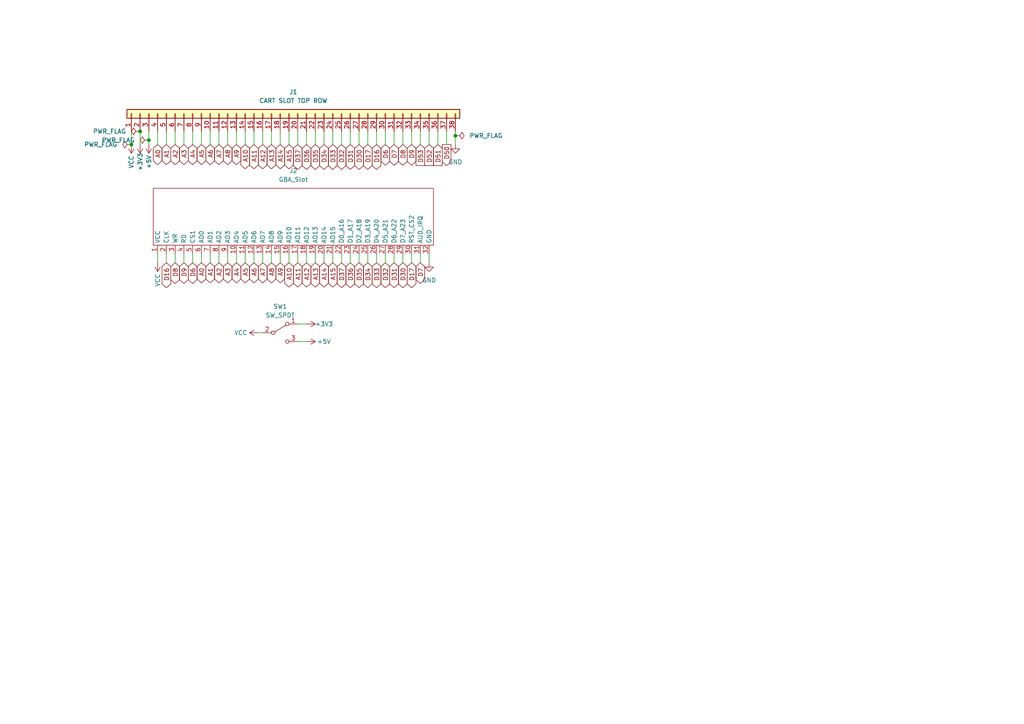
<source format=kicad_sch>
(kicad_sch (version 20210621) (generator eeschema)
  (paper "A4")
  (title_block (title "OSCR GAMEBOY ADAPTER") (date "2021-11-15") (rev "V1"))
  (lib_symbols
    (symbol "Connector_Generic:Conn_01x38" (pin_names (offset 1.016) hide)
      (property "Reference" "J" (at 0 48.26 0))
      (property "Value" "Conn_01x38" (at 0 -50.8 0))
      (symbol "Conn_01x38_1_1"
        (rectangle (start -1.27 -48.133) (end 0 -48.387) (stroke (width 0.1524)))
        (rectangle (start -1.27 -45.593) (end 0 -45.847) (stroke (width 0.1524)))
        (rectangle (start -1.27 -43.053) (end 0 -43.307) (stroke (width 0.1524)))
        (rectangle (start -1.27 -40.513) (end 0 -40.767) (stroke (width 0.1524)))
        (rectangle (start -1.27 -37.973) (end 0 -38.227) (stroke (width 0.1524)))
        (rectangle (start -1.27 -35.433) (end 0 -35.687) (stroke (width 0.1524)))
        (rectangle (start -1.27 -32.893) (end 0 -33.147) (stroke (width 0.1524)))
        (rectangle (start -1.27 -30.353) (end 0 -30.607) (stroke (width 0.1524)))
        (rectangle (start -1.27 -27.813) (end 0 -28.067) (stroke (width 0.1524)))
        (rectangle (start -1.27 -25.273) (end 0 -25.527) (stroke (width 0.1524)))
        (rectangle (start -1.27 -22.733) (end 0 -22.987) (stroke (width 0.1524)))
        (rectangle (start -1.27 -20.193) (end 0 -20.447) (stroke (width 0.1524)))
        (rectangle (start -1.27 -17.653) (end 0 -17.907) (stroke (width 0.1524)))
        (rectangle (start -1.27 -15.113) (end 0 -15.367) (stroke (width 0.1524)))
        (rectangle (start -1.27 -12.573) (end 0 -12.827) (stroke (width 0.1524)))
        (rectangle (start -1.27 -10.033) (end 0 -10.287) (stroke (width 0.1524)))
        (rectangle (start -1.27 -7.493) (end 0 -7.747) (stroke (width 0.1524)))
        (rectangle (start -1.27 -4.953) (end 0 -5.207) (stroke (width 0.1524)))
        (rectangle (start -1.27 -2.413) (end 0 -2.667) (stroke (width 0.1524)))
        (rectangle (start -1.27 0.127) (end 0 -0.127) (stroke (width 0.1524)))
        (rectangle (start -1.27 2.667) (end 0 2.413) (stroke (width 0.1524)))
        (rectangle (start -1.27 5.207) (end 0 4.953) (stroke (width 0.1524)))
        (rectangle (start -1.27 7.747) (end 0 7.493) (stroke (width 0.1524)))
        (rectangle (start -1.27 10.287) (end 0 10.033) (stroke (width 0.1524)))
        (rectangle (start -1.27 12.827) (end 0 12.573) (stroke (width 0.1524)))
        (rectangle (start -1.27 15.367) (end 0 15.113) (stroke (width 0.1524)))
        (rectangle (start -1.27 17.907) (end 0 17.653) (stroke (width 0.1524)))
        (rectangle (start -1.27 20.447) (end 0 20.193) (stroke (width 0.1524)))
        (rectangle (start -1.27 22.987) (end 0 22.733) (stroke (width 0.1524)))
        (rectangle (start -1.27 25.527) (end 0 25.273) (stroke (width 0.1524)))
        (rectangle (start -1.27 28.067) (end 0 27.813) (stroke (width 0.1524)))
        (rectangle (start -1.27 30.607) (end 0 30.353) (stroke (width 0.1524)))
        (rectangle (start -1.27 33.147) (end 0 32.893) (stroke (width 0.1524)))
        (rectangle (start -1.27 35.687) (end 0 35.433) (stroke (width 0.1524)))
        (rectangle (start -1.27 38.227) (end 0 37.973) (stroke (width 0.1524)))
        (rectangle (start -1.27 40.767) (end 0 40.513) (stroke (width 0.1524)))
        (rectangle (start -1.27 43.307) (end 0 43.053) (stroke (width 0.1524)))
        (rectangle (start -1.27 45.847) (end 0 45.593) (stroke (width 0.1524)))
        (rectangle (start -1.27 46.99) (end 1.27 -49.53) (stroke (width 0.254)) (fill (type background)))
        (pin passive line (at -5.08 45.72 0) (length 3.81) (name "Pin_1") (number "1"))
        (pin passive line (at -5.08 22.86 0) (length 3.81) (name "Pin_10") (number "10"))
        (pin passive line (at -5.08 20.32 0) (length 3.81) (name "Pin_11") (number "11"))
        (pin passive line (at -5.08 17.78 0) (length 3.81) (name "Pin_12") (number "12"))
        (pin passive line (at -5.08 15.24 0) (length 3.81) (name "Pin_13") (number "13"))
        (pin passive line (at -5.08 12.7 0) (length 3.81) (name "Pin_14") (number "14"))
        (pin passive line (at -5.08 10.16 0) (length 3.81) (name "Pin_15") (number "15"))
        (pin passive line (at -5.08 7.62 0) (length 3.81) (name "Pin_16") (number "16"))
        (pin passive line (at -5.08 5.08 0) (length 3.81) (name "Pin_17") (number "17"))
        (pin passive line (at -5.08 2.54 0) (length 3.81) (name "Pin_18") (number "18"))
        (pin passive line (at -5.08 0 0) (length 3.81) (name "Pin_19") (number "19"))
        (pin passive line (at -5.08 43.18 0) (length 3.81) (name "Pin_2") (number "2"))
        (pin passive line (at -5.08 -2.54 0) (length 3.81) (name "Pin_20") (number "20"))
        (pin passive line (at -5.08 -5.08 0) (length 3.81) (name "Pin_21") (number "21"))
        (pin passive line (at -5.08 -7.62 0) (length 3.81) (name "Pin_22") (number "22"))
        (pin passive line (at -5.08 -10.16 0) (length 3.81) (name "Pin_23") (number "23"))
        (pin passive line (at -5.08 -12.7 0) (length 3.81) (name "Pin_24") (number "24"))
        (pin passive line (at -5.08 -15.24 0) (length 3.81) (name "Pin_25") (number "25"))
        (pin passive line (at -5.08 -17.78 0) (length 3.81) (name "Pin_26") (number "26"))
        (pin passive line (at -5.08 -20.32 0) (length 3.81) (name "Pin_27") (number "27"))
        (pin passive line (at -5.08 -22.86 0) (length 3.81) (name "Pin_28") (number "28"))
        (pin passive line (at -5.08 -25.4 0) (length 3.81) (name "Pin_29") (number "29"))
        (pin passive line (at -5.08 40.64 0) (length 3.81) (name "Pin_3") (number "3"))
        (pin passive line (at -5.08 -27.94 0) (length 3.81) (name "Pin_30") (number "30"))
        (pin passive line (at -5.08 -30.48 0) (length 3.81) (name "Pin_31") (number "31"))
        (pin passive line (at -5.08 -33.02 0) (length 3.81) (name "Pin_32") (number "32"))
        (pin passive line (at -5.08 -35.56 0) (length 3.81) (name "Pin_33") (number "33"))
        (pin passive line (at -5.08 -38.1 0) (length 3.81) (name "Pin_34") (number "34"))
        (pin passive line (at -5.08 -40.64 0) (length 3.81) (name "Pin_35") (number "35"))
        (pin passive line (at -5.08 -43.18 0) (length 3.81) (name "Pin_36") (number "36"))
        (pin passive line (at -5.08 -45.72 0) (length 3.81) (name "Pin_37") (number "37"))
        (pin passive line (at -5.08 -48.26 0) (length 3.81) (name "Pin_38") (number "38"))
        (pin passive line (at -5.08 38.1 0) (length 3.81) (name "Pin_4") (number "4"))
        (pin passive line (at -5.08 35.56 0) (length 3.81) (name "Pin_5") (number "5"))
        (pin passive line (at -5.08 33.02 0) (length 3.81) (name "Pin_6") (number "6"))
        (pin passive line (at -5.08 30.48 0) (length 3.81) (name "Pin_7") (number "7"))
        (pin passive line (at -5.08 27.94 0) (length 3.81) (name "Pin_8") (number "8"))
        (pin passive line (at -5.08 25.4 0) (length 3.81) (name "Pin_9") (number "9"))
      )
    )
    (symbol "Switch:SW_SPDT" (pin_names (offset 0) hide)
      (property "Reference" "SW" (at 0 4.318 0))
      (property "Value" "SW_SPDT" (at 0 -5.08 0))
      (symbol "SW_SPDT_0_0"
        (circle (center -2.032 0) (radius 0.508))
        (circle (center 2.032 -2.54) (radius 0.508))
      )
      (symbol "SW_SPDT_0_1"
        (polyline (pts (xy -1.524 0.254) (xy 1.651 2.286)))
        (circle (center 2.032 2.54) (radius 0.508))
      )
      (symbol "SW_SPDT_1_1"
        (pin passive line (at 5.08 2.54 180) (length 2.54) (name "A") (number "1"))
        (pin passive line (at -5.08 0 0) (length 2.54) (name "B") (number "2"))
        (pin passive line (at 5.08 -2.54 180) (length 2.54) (name "C") (number "3"))
      )
    )
    (symbol "power:+3.3V" (power) (pin_names (offset 0))
      (property "Value" "+3.3V" (at 0 3.556 0))
      (symbol "+3.3V_0_1"
        (polyline (pts (xy -0.762 1.27) (xy 0 2.54)))
        (polyline (pts (xy 0 0) (xy 0 2.54)))
        (polyline (pts (xy 0 2.54) (xy 0.762 1.27)))
      )
      (symbol "+3.3V_1_1"
        (pin power_in line (at 0 0 90) (length 0) hide (name "+3V3") (number "1"))
      )
    )
    (symbol "power:+5V" (power) (pin_names (offset 0))
      (property "Value" "+5V" (at 0 3.556 0))
      (symbol "+5V_0_1"
        (polyline (pts (xy -0.762 1.27) (xy 0 2.54)))
        (polyline (pts (xy 0 0) (xy 0 2.54)))
        (polyline (pts (xy 0 2.54) (xy 0.762 1.27)))
      )
      (symbol "+5V_1_1"
        (pin power_in line (at 0 0 90) (length 0) hide (name "+5V") (number "1"))
      )
    )
    (symbol "power:GND" (power) (pin_names (offset 0))
      (property "Value" "GND" (at 0 -3.81 0))
      (symbol "GND_0_1"
        (polyline (pts (xy 0 0) (xy 0 -1.27) (xy 1.27 -1.27) (xy 0 -2.54) (xy -1.27 -1.27) (xy 0 -1.27)))
      )
      (symbol "GND_1_1"
        (pin power_in line (at 0 0 270) (length 0) hide (name "GND") (number "1"))
      )
    )
    (symbol "power:PWR_FLAG" (power) (pin_numbers hide) (pin_names (offset 0) hide)
      (property "Value" "PWR_FLAG" (at 0 3.81 0))
      (symbol "PWR_FLAG_0_0"
        (pin power_out line (at 0 0 90) (length 0) (name "pwr") (number "1"))
      )
      (symbol "PWR_FLAG_0_1"
        (polyline (pts (xy 0 0) (xy 0 1.27) (xy -1.016 1.905) (xy 0 2.54) (xy 1.016 1.905) (xy 0 1.27)))
      )
    )
    (symbol "power:VCC" (power) (pin_names (offset 0))
      (property "Value" "VCC" (at 0 3.81 0))
      (symbol "VCC_0_1"
        (polyline (pts (xy -0.762 1.27) (xy 0 2.54)))
        (polyline (pts (xy 0 0) (xy 0 2.54)))
        (polyline (pts (xy 0 2.54) (xy 0.762 1.27)))
      )
      (symbol "VCC_1_1"
        (pin power_in line (at 0 0 90) (length 0) hide (name "VCC") (number "1"))
      )
    )
    (symbol "sanni:GBA_Slot"
      (property "Reference" "J" (at -39.37 15.24 0))
      (property "Value" "GBA_Slot" (at -35.56 11.43 0))
      (symbol "GBA_Slot_0_1"
        (rectangle (start 41.91 -6.35) (end -39.37 10.16) (stroke (width 0.1524)))
      )
      (symbol "GBA_Slot_1_1"
        (pin power_in line (at -38.1 -8.89 90) (length 2.54) (name "VCC") (number "1"))
        (pin bidirectional line (at -15.24 -8.89 90) (length 2.54) (name "AD4") (number "10"))
        (pin bidirectional line (at -12.7 -8.89 90) (length 2.54) (name "AD5") (number "11"))
        (pin bidirectional line (at -10.16 -8.89 90) (length 2.54) (name "AD6") (number "12"))
        (pin bidirectional line (at -7.62 -8.89 90) (length 2.54) (name "AD7") (number "13"))
        (pin bidirectional line (at -5.08 -8.89 90) (length 2.54) (name "AD8") (number "14"))
        (pin bidirectional line (at -2.54 -8.89 90) (length 2.54) (name "AD9") (number "15"))
        (pin bidirectional line (at 0 -8.89 90) (length 2.54) (name "AD10") (number "16"))
        (pin bidirectional line (at 2.54 -8.89 90) (length 2.54) (name "AD11") (number "17"))
        (pin bidirectional line (at 5.08 -8.89 90) (length 2.54) (name "AD12") (number "18"))
        (pin bidirectional line (at 7.62 -8.89 90) (length 2.54) (name "AD13") (number "19"))
        (pin input line (at -35.56 -8.89 90) (length 2.54) (name "CLK") (number "2"))
        (pin bidirectional line (at 10.16 -8.89 90) (length 2.54) (name "AD14") (number "20"))
        (pin bidirectional line (at 12.7 -8.89 90) (length 2.54) (name "AD15") (number "21"))
        (pin bidirectional line (at 15.24 -8.89 90) (length 2.54) (name "D0_A16") (number "22"))
        (pin bidirectional line (at 17.78 -8.89 90) (length 2.54) (name "D1_A17") (number "23"))
        (pin bidirectional line (at 20.32 -8.89 90) (length 2.54) (name "D2_A18") (number "24"))
        (pin bidirectional line (at 22.86 -8.89 90) (length 2.54) (name "D3_A19") (number "25"))
        (pin bidirectional line (at 25.4 -8.89 90) (length 2.54) (name "D4_A20") (number "26"))
        (pin bidirectional line (at 27.94 -8.89 90) (length 2.54) (name "D5_A21") (number "27"))
        (pin bidirectional line (at 30.48 -8.89 90) (length 2.54) (name "D6_A22") (number "28"))
        (pin bidirectional line (at 33.02 -8.89 90) (length 2.54) (name "D7_A23") (number "29"))
        (pin input line (at -33.02 -8.89 90) (length 2.54) (name "WR") (number "3"))
        (pin input line (at 35.56 -8.89 90) (length 2.54) (name "RST_CS2") (number "30"))
        (pin input line (at 38.1 -8.89 90) (length 2.54) (name "AUD_IRQ") (number "31"))
        (pin power_in line (at 40.64 -8.89 90) (length 2.54) (name "GND") (number "32"))
        (pin input line (at -30.48 -8.89 90) (length 2.54) (name "RD") (number "4"))
        (pin input line (at -27.94 -8.89 90) (length 2.54) (name "CS1") (number "5"))
        (pin bidirectional line (at -25.4 -8.89 90) (length 2.54) (name "AD0") (number "6"))
        (pin bidirectional line (at -22.86 -8.89 90) (length 2.54) (name "AD1") (number "7"))
        (pin bidirectional line (at -20.32 -8.89 90) (length 2.54) (name "AD2") (number "8"))
        (pin bidirectional line (at -17.78 -8.89 90) (length 2.54) (name "AD3") (number "9"))
      )
    )
  )
  (junction (at 38.1 41.91))
  (junction (at 40.64 38.1))
  (junction (at 43.18 40.64))
  (junction (at 132.08 39.37))
  (wire (pts (xy 38.1 38.1) (xy 38.1 41.91)))
  (wire (pts (xy 40.64 38.1) (xy 40.64 41.91)))
  (wire (pts (xy 43.18 38.1) (xy 43.18 40.64)))
  (wire (pts (xy 43.18 40.64) (xy 43.18 41.91)))
  (wire (pts (xy 45.72 38.1) (xy 45.72 41.91)))
  (wire (pts (xy 45.72 73.66) (xy 45.72 76.2)))
  (wire (pts (xy 48.26 38.1) (xy 48.26 41.91)))
  (wire (pts (xy 48.26 73.66) (xy 48.26 76.2)))
  (wire (pts (xy 50.8 38.1) (xy 50.8 41.91)))
  (wire (pts (xy 50.8 73.66) (xy 50.8 76.2)))
  (wire (pts (xy 53.34 38.1) (xy 53.34 41.91)))
  (wire (pts (xy 53.34 73.66) (xy 53.34 76.2)))
  (wire (pts (xy 55.88 38.1) (xy 55.88 41.91)))
  (wire (pts (xy 55.88 73.66) (xy 55.88 76.2)))
  (wire (pts (xy 58.42 38.1) (xy 58.42 41.91)))
  (wire (pts (xy 58.42 73.66) (xy 58.42 76.2)))
  (wire (pts (xy 60.96 38.1) (xy 60.96 41.91)))
  (wire (pts (xy 60.96 73.66) (xy 60.96 76.2)))
  (wire (pts (xy 63.5 38.1) (xy 63.5 41.91)))
  (wire (pts (xy 63.5 73.66) (xy 63.5 76.2)))
  (wire (pts (xy 66.04 38.1) (xy 66.04 41.91)))
  (wire (pts (xy 66.04 73.66) (xy 66.04 76.2)))
  (wire (pts (xy 68.58 38.1) (xy 68.58 41.91)))
  (wire (pts (xy 68.58 73.66) (xy 68.58 76.2)))
  (wire (pts (xy 71.12 38.1) (xy 71.12 41.91)))
  (wire (pts (xy 71.12 73.66) (xy 71.12 76.2)))
  (wire (pts (xy 73.66 38.1) (xy 73.66 41.91)))
  (wire (pts (xy 73.66 73.66) (xy 73.66 76.2)))
  (wire (pts (xy 74.93 96.52) (xy 76.2 96.52)))
  (wire (pts (xy 76.2 38.1) (xy 76.2 41.91)))
  (wire (pts (xy 76.2 73.66) (xy 76.2 76.2)))
  (wire (pts (xy 78.74 38.1) (xy 78.74 41.91)))
  (wire (pts (xy 78.74 73.66) (xy 78.74 76.2)))
  (wire (pts (xy 81.28 38.1) (xy 81.28 41.91)))
  (wire (pts (xy 81.28 73.66) (xy 81.28 76.2)))
  (wire (pts (xy 83.82 38.1) (xy 83.82 41.91)))
  (wire (pts (xy 83.82 73.66) (xy 83.82 76.2)))
  (wire (pts (xy 86.36 38.1) (xy 86.36 41.91)))
  (wire (pts (xy 86.36 73.66) (xy 86.36 76.2)))
  (wire (pts (xy 86.36 93.98) (xy 88.9 93.98)))
  (wire (pts (xy 86.36 99.06) (xy 88.9 99.06)))
  (wire (pts (xy 88.9 38.1) (xy 88.9 41.91)))
  (wire (pts (xy 88.9 73.66) (xy 88.9 76.2)))
  (wire (pts (xy 91.44 38.1) (xy 91.44 41.91)))
  (wire (pts (xy 91.44 73.66) (xy 91.44 76.2)))
  (wire (pts (xy 93.98 38.1) (xy 93.98 41.91)))
  (wire (pts (xy 93.98 73.66) (xy 93.98 76.2)))
  (wire (pts (xy 96.52 38.1) (xy 96.52 41.91)))
  (wire (pts (xy 96.52 73.66) (xy 96.52 76.2)))
  (wire (pts (xy 99.06 38.1) (xy 99.06 41.91)))
  (wire (pts (xy 99.06 73.66) (xy 99.06 76.2)))
  (wire (pts (xy 101.6 38.1) (xy 101.6 41.91)))
  (wire (pts (xy 101.6 73.66) (xy 101.6 76.2)))
  (wire (pts (xy 104.14 38.1) (xy 104.14 41.91)))
  (wire (pts (xy 104.14 73.66) (xy 104.14 76.2)))
  (wire (pts (xy 106.68 38.1) (xy 106.68 41.91)))
  (wire (pts (xy 106.68 73.66) (xy 106.68 76.2)))
  (wire (pts (xy 109.22 38.1) (xy 109.22 41.91)))
  (wire (pts (xy 109.22 73.66) (xy 109.22 76.2)))
  (wire (pts (xy 111.76 38.1) (xy 111.76 41.91)))
  (wire (pts (xy 111.76 73.66) (xy 111.76 76.2)))
  (wire (pts (xy 114.3 38.1) (xy 114.3 41.91)))
  (wire (pts (xy 114.3 73.66) (xy 114.3 76.2)))
  (wire (pts (xy 116.84 38.1) (xy 116.84 41.91)))
  (wire (pts (xy 116.84 73.66) (xy 116.84 76.2)))
  (wire (pts (xy 119.38 38.1) (xy 119.38 41.91)))
  (wire (pts (xy 119.38 73.66) (xy 119.38 76.2)))
  (wire (pts (xy 121.92 38.1) (xy 121.92 41.91)))
  (wire (pts (xy 121.92 73.66) (xy 121.92 76.2)))
  (wire (pts (xy 124.46 38.1) (xy 124.46 41.91)))
  (wire (pts (xy 124.46 73.66) (xy 124.46 76.2)))
  (wire (pts (xy 127 38.1) (xy 127 41.91)))
  (wire (pts (xy 129.54 38.1) (xy 129.54 41.91)))
  (wire (pts (xy 132.08 38.1) (xy 132.08 39.37)))
  (wire (pts (xy 132.08 39.37) (xy 132.08 41.91)))
  (global_label "A0" (shape bidirectional) (at 45.72 41.91 270) (property "Intersheet References" "${INTERSHEET_REFS}" (effects hide)))
  (global_label "A1" (shape bidirectional) (at 48.26 41.91 270) (property "Intersheet References" "${INTERSHEET_REFS}" (effects hide)))
  (global_label "D16" (shape bidirectional) (at 48.26 76.2 270) (property "Intersheet References" "${INTERSHEET_REFS}" (effects hide)))
  (global_label "A2" (shape bidirectional) (at 50.8 41.91 270) (property "Intersheet References" "${INTERSHEET_REFS}" (effects hide)))
  (global_label "D8" (shape bidirectional) (at 50.8 76.2 270) (property "Intersheet References" "${INTERSHEET_REFS}" (effects hide)))
  (global_label "A3" (shape bidirectional) (at 53.34 41.91 270) (property "Intersheet References" "${INTERSHEET_REFS}" (effects hide)))
  (global_label "D9" (shape bidirectional) (at 53.34 76.2 270) (property "Intersheet References" "${INTERSHEET_REFS}" (effects hide)))
  (global_label "A4" (shape bidirectional) (at 55.88 41.91 270) (property "Intersheet References" "${INTERSHEET_REFS}" (effects hide)))
  (global_label "D6" (shape bidirectional) (at 55.88 76.2 270) (property "Intersheet References" "${INTERSHEET_REFS}" (effects hide)))
  (global_label "A5" (shape bidirectional) (at 58.42 41.91 270) (property "Intersheet References" "${INTERSHEET_REFS}" (effects hide)))
  (global_label "A0" (shape bidirectional) (at 58.42 76.2 270) (property "Intersheet References" "${INTERSHEET_REFS}" (effects hide)))
  (global_label "A6" (shape bidirectional) (at 60.96 41.91 270) (property "Intersheet References" "${INTERSHEET_REFS}" (effects hide)))
  (global_label "A1" (shape bidirectional) (at 60.96 76.2 270) (property "Intersheet References" "${INTERSHEET_REFS}" (effects hide)))
  (global_label "A7" (shape bidirectional) (at 63.5 41.91 270) (property "Intersheet References" "${INTERSHEET_REFS}" (effects hide)))
  (global_label "A2" (shape bidirectional) (at 63.5 76.2 270) (property "Intersheet References" "${INTERSHEET_REFS}" (effects hide)))
  (global_label "A8" (shape bidirectional) (at 66.04 41.91 270) (property "Intersheet References" "${INTERSHEET_REFS}" (effects hide)))
  (global_label "A3" (shape bidirectional) (at 66.04 76.2 270) (property "Intersheet References" "${INTERSHEET_REFS}" (effects hide)))
  (global_label "A9" (shape bidirectional) (at 68.58 41.91 270) (property "Intersheet References" "${INTERSHEET_REFS}" (effects hide)))
  (global_label "A4" (shape bidirectional) (at 68.58 76.2 270) (property "Intersheet References" "${INTERSHEET_REFS}" (effects hide)))
  (global_label "A10" (shape bidirectional) (at 71.12 41.91 270) (property "Intersheet References" "${INTERSHEET_REFS}" (effects hide)))
  (global_label "A5" (shape bidirectional) (at 71.12 76.2 270) (property "Intersheet References" "${INTERSHEET_REFS}" (effects hide)))
  (global_label "A11" (shape bidirectional) (at 73.66 41.91 270) (property "Intersheet References" "${INTERSHEET_REFS}" (effects hide)))
  (global_label "A6" (shape bidirectional) (at 73.66 76.2 270) (property "Intersheet References" "${INTERSHEET_REFS}" (effects hide)))
  (global_label "A12" (shape bidirectional) (at 76.2 41.91 270) (property "Intersheet References" "${INTERSHEET_REFS}" (effects hide)))
  (global_label "A7" (shape bidirectional) (at 76.2 76.2 270) (property "Intersheet References" "${INTERSHEET_REFS}" (effects hide)))
  (global_label "A13" (shape bidirectional) (at 78.74 41.91 270) (property "Intersheet References" "${INTERSHEET_REFS}" (effects hide)))
  (global_label "A8" (shape bidirectional) (at 78.74 76.2 270) (property "Intersheet References" "${INTERSHEET_REFS}" (effects hide)))
  (global_label "A14" (shape bidirectional) (at 81.28 41.91 270) (property "Intersheet References" "${INTERSHEET_REFS}" (effects hide)))
  (global_label "A9" (shape bidirectional) (at 81.28 76.2 270) (property "Intersheet References" "${INTERSHEET_REFS}" (effects hide)))
  (global_label "A15" (shape bidirectional) (at 83.82 41.91 270) (property "Intersheet References" "${INTERSHEET_REFS}" (effects hide)))
  (global_label "A10" (shape bidirectional) (at 83.82 76.2 270) (property "Intersheet References" "${INTERSHEET_REFS}" (effects hide)))
  (global_label "D37" (shape bidirectional) (at 86.36 41.91 270) (property "Intersheet References" "${INTERSHEET_REFS}" (effects hide)))
  (global_label "A11" (shape bidirectional) (at 86.36 76.2 270) (property "Intersheet References" "${INTERSHEET_REFS}" (effects hide)))
  (global_label "D36" (shape bidirectional) (at 88.9 41.91 270) (property "Intersheet References" "${INTERSHEET_REFS}" (effects hide)))
  (global_label "A12" (shape bidirectional) (at 88.9 76.2 270) (property "Intersheet References" "${INTERSHEET_REFS}" (effects hide)))
  (global_label "D35" (shape bidirectional) (at 91.44 41.91 270) (property "Intersheet References" "${INTERSHEET_REFS}" (effects hide)))
  (global_label "A13" (shape bidirectional) (at 91.44 76.2 270) (property "Intersheet References" "${INTERSHEET_REFS}" (effects hide)))
  (global_label "D34" (shape bidirectional) (at 93.98 41.91 270) (property "Intersheet References" "${INTERSHEET_REFS}" (effects hide)))
  (global_label "A14" (shape bidirectional) (at 93.98 76.2 270) (property "Intersheet References" "${INTERSHEET_REFS}" (effects hide)))
  (global_label "D33" (shape bidirectional) (at 96.52 41.91 270) (property "Intersheet References" "${INTERSHEET_REFS}" (effects hide)))
  (global_label "A15" (shape bidirectional) (at 96.52 76.2 270) (property "Intersheet References" "${INTERSHEET_REFS}" (effects hide)))
  (global_label "D32" (shape bidirectional) (at 99.06 41.91 270) (property "Intersheet References" "${INTERSHEET_REFS}" (effects hide)))
  (global_label "D37" (shape bidirectional) (at 99.06 76.2 270) (property "Intersheet References" "${INTERSHEET_REFS}" (effects hide)))
  (global_label "D31" (shape bidirectional) (at 101.6 41.91 270) (property "Intersheet References" "${INTERSHEET_REFS}" (effects hide)))
  (global_label "D36" (shape bidirectional) (at 101.6 76.2 270) (property "Intersheet References" "${INTERSHEET_REFS}" (effects hide)))
  (global_label "D30" (shape bidirectional) (at 104.14 41.91 270) (property "Intersheet References" "${INTERSHEET_REFS}" (effects hide)))
  (global_label "D35" (shape bidirectional) (at 104.14 76.2 270) (property "Intersheet References" "${INTERSHEET_REFS}" (effects hide)))
  (global_label "D17" (shape bidirectional) (at 106.68 41.91 270) (property "Intersheet References" "${INTERSHEET_REFS}" (effects hide)))
  (global_label "D34" (shape bidirectional) (at 106.68 76.2 270) (property "Intersheet References" "${INTERSHEET_REFS}" (effects hide)))
  (global_label "D16" (shape bidirectional) (at 109.22 41.91 270) (property "Intersheet References" "${INTERSHEET_REFS}" (effects hide)))
  (global_label "D33" (shape bidirectional) (at 109.22 76.2 270) (property "Intersheet References" "${INTERSHEET_REFS}" (effects hide)))
  (global_label "D6" (shape bidirectional) (at 111.76 41.91 270) (property "Intersheet References" "${INTERSHEET_REFS}" (effects hide)))
  (global_label "D32" (shape bidirectional) (at 111.76 76.2 270) (property "Intersheet References" "${INTERSHEET_REFS}" (effects hide)))
  (global_label "D7" (shape bidirectional) (at 114.3 41.91 270) (property "Intersheet References" "${INTERSHEET_REFS}" (effects hide)))
  (global_label "D31" (shape bidirectional) (at 114.3 76.2 270) (property "Intersheet References" "${INTERSHEET_REFS}" (effects hide)))
  (global_label "D8" (shape bidirectional) (at 116.84 41.91 270) (property "Intersheet References" "${INTERSHEET_REFS}" (effects hide)))
  (global_label "D30" (shape bidirectional) (at 116.84 76.2 270) (property "Intersheet References" "${INTERSHEET_REFS}" (effects hide)))
  (global_label "D9" (shape bidirectional) (at 119.38 41.91 270) (property "Intersheet References" "${INTERSHEET_REFS}" (effects hide)))
  (global_label "D17" (shape bidirectional) (at 119.38 76.2 270) (property "Intersheet References" "${INTERSHEET_REFS}" (effects hide)))
  (global_label "D53" (shape input) (at 121.92 41.91 270) (property "Intersheet References" "${INTERSHEET_REFS}" (effects hide)))
  (global_label "D7" (shape bidirectional) (at 121.92 76.2 270) (property "Intersheet References" "${INTERSHEET_REFS}" (effects hide)))
  (global_label "D52" (shape input) (at 124.46 41.91 270) (property "Intersheet References" "${INTERSHEET_REFS}" (effects hide)))
  (global_label "D51" (shape input) (at 127 41.91 270) (property "Intersheet References" "${INTERSHEET_REFS}" (effects hide)))
  (global_label "D50" (shape output) (at 129.54 41.91 270) (property "Intersheet References" "${INTERSHEET_REFS}" (effects hide)))
  (symbol (lib_id "power:VCC") (at 38.1 41.91 180) (unit 1)
    (property "Reference" "#PWR01" (effects hide))
    (property "Value" "VCC" (at 38.1 46.99 90))
  )
  (symbol (lib_id "power:+3.3V") (at 40.64 41.91 180) (unit 1)
    (property "Reference" "#PWR02" (effects hide))
    (property "Value" "+3.3V" (at 40.64 46.99 90))
  )
  (symbol (lib_id "power:+5V") (at 43.18 41.91 180) (unit 1)
    (property "Reference" "#PWR03" (effects hide))
    (property "Value" "+5V" (at 43.18 46.99 90))
  )
  (symbol (lib_id "power:VCC") (at 45.72 76.2 180) (unit 1)
    (property "Reference" "#PWR04" (effects hide))
    (property "Value" "VCC" (at 45.72 81.28 90))
  )
  (symbol (lib_id "power:VCC") (at 74.93 96.52 90) (unit 1)
    (property "Reference" "#PWR05" (effects hide))
    (property "Value" "VCC" (at 69.85 96.52 90))
  )
  (symbol (lib_id "power:+3.3V") (at 88.9 93.98 270) (unit 1)
    (property "Reference" "#PWR06" (effects hide))
    (property "Value" "+3.3V" (at 93.98 93.98 90))
  )
  (symbol (lib_id "power:+5V") (at 88.9 99.06 270) (unit 1)
    (property "Reference" "#PWR07" (effects hide))
    (property "Value" "+5V" (at 93.98 99.06 90))
  )
  (symbol (lib_id "power:PWR_FLAG") (at 38.1 41.91 90) (unit 1)
    (property "Reference" "#FLG01" (effects hide))
    (property "Value" "PWR_FLAG" (at 29.21 41.91 90))
  )
  (symbol (lib_id "power:PWR_FLAG") (at 40.64 38.1 90) (unit 1)
    (property "Reference" "#FLG02" (effects hide))
    (property "Value" "PWR_FLAG" (at 31.75 38.1 90))
  )
  (symbol (lib_id "power:PWR_FLAG") (at 43.18 40.64 90) (unit 1)
    (property "Reference" "#FLG03" (effects hide))
    (property "Value" "PWR_FLAG" (at 34.29 40.64 90))
  )
  (symbol (lib_id "power:PWR_FLAG") (at 132.08 39.37 270) (unit 1)
    (property "Reference" "#FLG04" (effects hide))
    (property "Value" "PWR_FLAG" (at 140.97 39.37 90))
  )
  (symbol (lib_id "power:GND") (at 124.46 76.2 0) (unit 1)
    (property "Reference" "#PWR08" (effects hide))
    (property "Value" "GND" (at 124.46 81.28 0))
  )
  (symbol (lib_id "power:GND") (at 132.08 41.91 0) (unit 1)
    (property "Reference" "#PWR09" (effects hide))
    (property "Value" "GND" (at 132.08 46.99 0))
  )
  (symbol (lib_id "Switch:SW_SPDT") (at 81.28 96.52 0) (unit 1)
    (property "Reference" "SW1" (at 81.28 88.9 0))
    (property "Value" "SW_SPDT" (at 81.28 91.44 0))
  )
  (symbol (lib_id "Connector_Generic:Conn_01x38") (at 83.82 33.02 90) (unit 1)
    (property "Reference" "J1" (at 85.09 26.67 90))
    (property "Value" "CART SLOT TOP ROW" (at 85.09 29.21 90))
    (property "Footprint" "Connector_PinSocket_2.54mm:PinSocket_1x38_P2.54mm_Vertical" (effects hide))
  )
  (symbol (lib_id "sanni:GBA_Slot") (at 83.82 64.77 0) (unit 1)
    (property "Reference" "J2" (at 85.09 49.53 0))
    (property "Value" "GBA_Slot" (at 85.09 52.07 0))
  )
)
</source>
